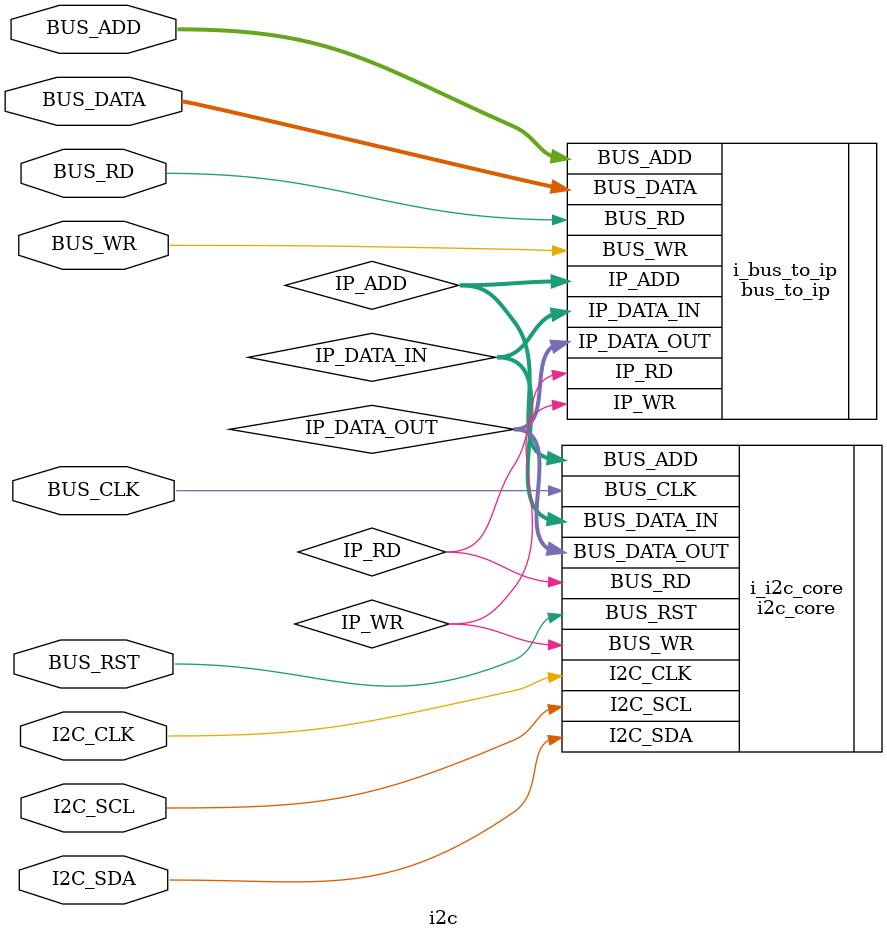
<source format=v>
/**
 * ------------------------------------------------------------
 * Copyright (c) All rights reserved 
 * SiLab, Institute of Physics, University of Bonn
 * ------------------------------------------------------------
 */
`timescale 1ps/1ps
`default_nettype none

module i2c #(
    parameter BASEADDR = 16'h0000,
    parameter HIGHADDR = 16'h0000,
    parameter ABUSWIDTH = 16,
    parameter MEM_BYTES = 1,
    parameter IGNORE_ACK = 0
)(
    input wire                 BUS_CLK,
    input wire                 BUS_RST,
    input wire [ABUSWIDTH-1:0] BUS_ADD,
    inout wire [7:0]           BUS_DATA,
    input wire                 BUS_RD,
    input wire                 BUS_WR,

    input wire I2C_CLK,
    inout wire I2C_SDA,
    inout wire I2C_SCL
);
     
wire IP_RD, IP_WR;
wire [ABUSWIDTH-1:0] IP_ADD;
wire [7:0] IP_DATA_IN;
wire [7:0] IP_DATA_OUT;

bus_to_ip #(
    .BASEADDR(BASEADDR),
    .HIGHADDR(HIGHADDR),
    .ABUSWIDTH(ABUSWIDTH)
) i_bus_to_ip (
    .BUS_RD(BUS_RD),
    .BUS_WR(BUS_WR),
    .BUS_ADD(BUS_ADD),
    .BUS_DATA(BUS_DATA),

    .IP_RD(IP_RD),
    .IP_WR(IP_WR),
    .IP_ADD(IP_ADD),
    .IP_DATA_IN(IP_DATA_IN),
    .IP_DATA_OUT(IP_DATA_OUT)
);


i2c_core 
#(
    .ABUSWIDTH(ABUSWIDTH),
    .MEM_BYTES(MEM_BYTES),
    .FORCE_SDA_READBACK_ZERO(IGNORE_ACK)
)
i_i2c_core (
    .BUS_CLK(BUS_CLK),
    .BUS_RST(BUS_RST),
    .BUS_ADD(IP_ADD),
    .BUS_DATA_IN(IP_DATA_IN),
    .BUS_RD(IP_RD),
    .BUS_WR(IP_WR),
    .BUS_DATA_OUT(IP_DATA_OUT),

    .I2C_CLK(I2C_CLK),
    .I2C_SDA(I2C_SDA),
    .I2C_SCL(I2C_SCL)
);


endmodule

</source>
